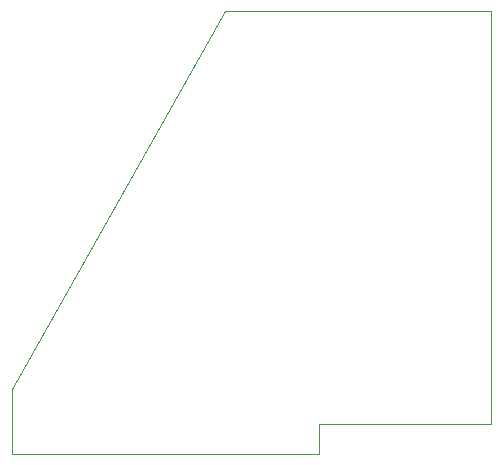
<source format=gm1>
%TF.GenerationSoftware,KiCad,Pcbnew,8.0.3*%
%TF.CreationDate,2024-07-09T19:30:08+02:00*%
%TF.ProjectId,UART-TTL-Flipper_Zero,55415254-2d54-4544-9c2d-466c69707065,rev?*%
%TF.SameCoordinates,Original*%
%TF.FileFunction,Profile,NP*%
%FSLAX46Y46*%
G04 Gerber Fmt 4.6, Leading zero omitted, Abs format (unit mm)*
G04 Created by KiCad (PCBNEW 8.0.3) date 2024-07-09 19:30:08*
%MOMM*%
%LPD*%
G01*
G04 APERTURE LIST*
%TA.AperFunction,Profile*%
%ADD10C,0.050000*%
%TD*%
G04 APERTURE END LIST*
D10*
X102500000Y-95500000D02*
X88000000Y-95500000D01*
X88000000Y-98000000D01*
X62000000Y-98000000D01*
X62000000Y-95500000D01*
X62000000Y-92500000D01*
X80000000Y-60500000D01*
X102500000Y-60500000D01*
X102500000Y-95500000D01*
M02*

</source>
